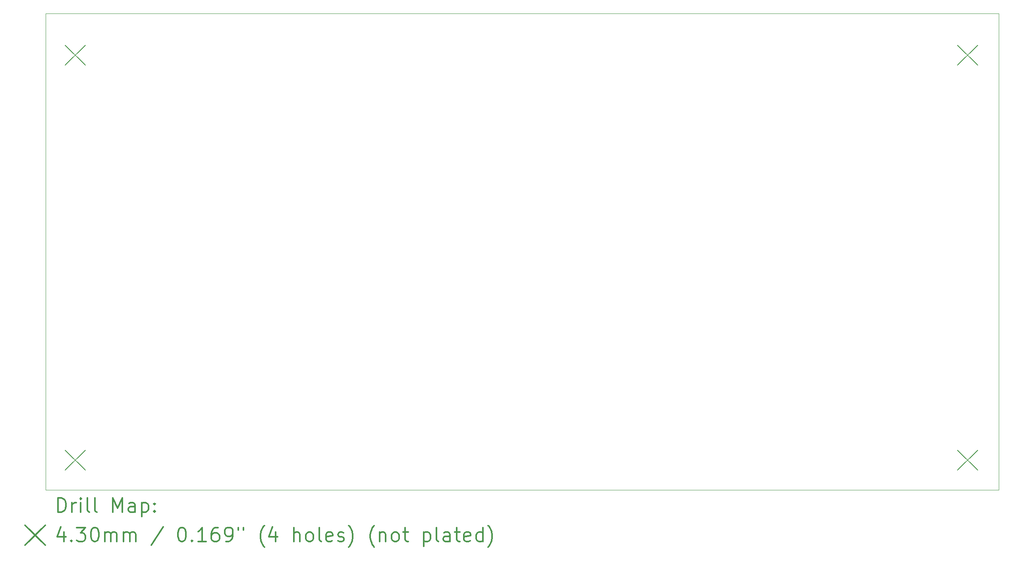
<source format=gbr>
%FSLAX45Y45*%
G04 Gerber Fmt 4.5, Leading zero omitted, Abs format (unit mm)*
G04 Created by KiCad (PCBNEW 4.0.7-e2-6376~58~ubuntu16.04.1) date Mon Aug 27 15:24:49 2018*
%MOMM*%
%LPD*%
G01*
G04 APERTURE LIST*
%ADD10C,0.127000*%
%ADD11C,0.100000*%
%ADD12C,0.200000*%
%ADD13C,0.300000*%
G04 APERTURE END LIST*
D10*
D11*
X25400000Y-5080000D02*
X25400000Y-15240000D01*
X5080000Y-15240000D02*
X5080000Y-5080000D01*
X25400000Y-15240000D02*
X5080000Y-15240000D01*
X5080000Y-5080000D02*
X25400000Y-5080000D01*
D12*
X5500000Y-5754000D02*
X5930000Y-6184000D01*
X5930000Y-5754000D02*
X5500000Y-6184000D01*
X5500000Y-14390000D02*
X5930000Y-14820000D01*
X5930000Y-14390000D02*
X5500000Y-14820000D01*
X24524600Y-5754000D02*
X24954600Y-6184000D01*
X24954600Y-5754000D02*
X24524600Y-6184000D01*
X24524600Y-14390000D02*
X24954600Y-14820000D01*
X24954600Y-14390000D02*
X24524600Y-14820000D01*
D13*
X5346429Y-15710714D02*
X5346429Y-15410714D01*
X5417857Y-15410714D01*
X5460714Y-15425000D01*
X5489286Y-15453571D01*
X5503571Y-15482143D01*
X5517857Y-15539286D01*
X5517857Y-15582143D01*
X5503571Y-15639286D01*
X5489286Y-15667857D01*
X5460714Y-15696429D01*
X5417857Y-15710714D01*
X5346429Y-15710714D01*
X5646428Y-15710714D02*
X5646428Y-15510714D01*
X5646428Y-15567857D02*
X5660714Y-15539286D01*
X5675000Y-15525000D01*
X5703571Y-15510714D01*
X5732143Y-15510714D01*
X5832143Y-15710714D02*
X5832143Y-15510714D01*
X5832143Y-15410714D02*
X5817857Y-15425000D01*
X5832143Y-15439286D01*
X5846428Y-15425000D01*
X5832143Y-15410714D01*
X5832143Y-15439286D01*
X6017857Y-15710714D02*
X5989286Y-15696429D01*
X5975000Y-15667857D01*
X5975000Y-15410714D01*
X6175000Y-15710714D02*
X6146428Y-15696429D01*
X6132143Y-15667857D01*
X6132143Y-15410714D01*
X6517857Y-15710714D02*
X6517857Y-15410714D01*
X6617857Y-15625000D01*
X6717857Y-15410714D01*
X6717857Y-15710714D01*
X6989286Y-15710714D02*
X6989286Y-15553571D01*
X6975000Y-15525000D01*
X6946428Y-15510714D01*
X6889286Y-15510714D01*
X6860714Y-15525000D01*
X6989286Y-15696429D02*
X6960714Y-15710714D01*
X6889286Y-15710714D01*
X6860714Y-15696429D01*
X6846428Y-15667857D01*
X6846428Y-15639286D01*
X6860714Y-15610714D01*
X6889286Y-15596429D01*
X6960714Y-15596429D01*
X6989286Y-15582143D01*
X7132143Y-15510714D02*
X7132143Y-15810714D01*
X7132143Y-15525000D02*
X7160714Y-15510714D01*
X7217857Y-15510714D01*
X7246428Y-15525000D01*
X7260714Y-15539286D01*
X7275000Y-15567857D01*
X7275000Y-15653571D01*
X7260714Y-15682143D01*
X7246428Y-15696429D01*
X7217857Y-15710714D01*
X7160714Y-15710714D01*
X7132143Y-15696429D01*
X7403571Y-15682143D02*
X7417857Y-15696429D01*
X7403571Y-15710714D01*
X7389286Y-15696429D01*
X7403571Y-15682143D01*
X7403571Y-15710714D01*
X7403571Y-15525000D02*
X7417857Y-15539286D01*
X7403571Y-15553571D01*
X7389286Y-15539286D01*
X7403571Y-15525000D01*
X7403571Y-15553571D01*
X4645000Y-15990000D02*
X5075000Y-16420000D01*
X5075000Y-15990000D02*
X4645000Y-16420000D01*
X5475000Y-16140714D02*
X5475000Y-16340714D01*
X5403571Y-16026429D02*
X5332143Y-16240714D01*
X5517857Y-16240714D01*
X5632143Y-16312143D02*
X5646428Y-16326429D01*
X5632143Y-16340714D01*
X5617857Y-16326429D01*
X5632143Y-16312143D01*
X5632143Y-16340714D01*
X5746428Y-16040714D02*
X5932143Y-16040714D01*
X5832143Y-16155000D01*
X5875000Y-16155000D01*
X5903571Y-16169286D01*
X5917857Y-16183571D01*
X5932143Y-16212143D01*
X5932143Y-16283571D01*
X5917857Y-16312143D01*
X5903571Y-16326429D01*
X5875000Y-16340714D01*
X5789286Y-16340714D01*
X5760714Y-16326429D01*
X5746428Y-16312143D01*
X6117857Y-16040714D02*
X6146428Y-16040714D01*
X6175000Y-16055000D01*
X6189286Y-16069286D01*
X6203571Y-16097857D01*
X6217857Y-16155000D01*
X6217857Y-16226429D01*
X6203571Y-16283571D01*
X6189286Y-16312143D01*
X6175000Y-16326429D01*
X6146428Y-16340714D01*
X6117857Y-16340714D01*
X6089286Y-16326429D01*
X6075000Y-16312143D01*
X6060714Y-16283571D01*
X6046428Y-16226429D01*
X6046428Y-16155000D01*
X6060714Y-16097857D01*
X6075000Y-16069286D01*
X6089286Y-16055000D01*
X6117857Y-16040714D01*
X6346428Y-16340714D02*
X6346428Y-16140714D01*
X6346428Y-16169286D02*
X6360714Y-16155000D01*
X6389286Y-16140714D01*
X6432143Y-16140714D01*
X6460714Y-16155000D01*
X6475000Y-16183571D01*
X6475000Y-16340714D01*
X6475000Y-16183571D02*
X6489286Y-16155000D01*
X6517857Y-16140714D01*
X6560714Y-16140714D01*
X6589286Y-16155000D01*
X6603571Y-16183571D01*
X6603571Y-16340714D01*
X6746428Y-16340714D02*
X6746428Y-16140714D01*
X6746428Y-16169286D02*
X6760714Y-16155000D01*
X6789286Y-16140714D01*
X6832143Y-16140714D01*
X6860714Y-16155000D01*
X6875000Y-16183571D01*
X6875000Y-16340714D01*
X6875000Y-16183571D02*
X6889286Y-16155000D01*
X6917857Y-16140714D01*
X6960714Y-16140714D01*
X6989286Y-16155000D01*
X7003571Y-16183571D01*
X7003571Y-16340714D01*
X7589286Y-16026429D02*
X7332143Y-16412143D01*
X7975000Y-16040714D02*
X8003571Y-16040714D01*
X8032143Y-16055000D01*
X8046428Y-16069286D01*
X8060714Y-16097857D01*
X8075000Y-16155000D01*
X8075000Y-16226429D01*
X8060714Y-16283571D01*
X8046428Y-16312143D01*
X8032143Y-16326429D01*
X8003571Y-16340714D01*
X7975000Y-16340714D01*
X7946428Y-16326429D01*
X7932143Y-16312143D01*
X7917857Y-16283571D01*
X7903571Y-16226429D01*
X7903571Y-16155000D01*
X7917857Y-16097857D01*
X7932143Y-16069286D01*
X7946428Y-16055000D01*
X7975000Y-16040714D01*
X8203571Y-16312143D02*
X8217857Y-16326429D01*
X8203571Y-16340714D01*
X8189286Y-16326429D01*
X8203571Y-16312143D01*
X8203571Y-16340714D01*
X8503571Y-16340714D02*
X8332143Y-16340714D01*
X8417857Y-16340714D02*
X8417857Y-16040714D01*
X8389286Y-16083571D01*
X8360714Y-16112143D01*
X8332143Y-16126429D01*
X8760714Y-16040714D02*
X8703571Y-16040714D01*
X8675000Y-16055000D01*
X8660714Y-16069286D01*
X8632143Y-16112143D01*
X8617857Y-16169286D01*
X8617857Y-16283571D01*
X8632143Y-16312143D01*
X8646428Y-16326429D01*
X8675000Y-16340714D01*
X8732143Y-16340714D01*
X8760714Y-16326429D01*
X8775000Y-16312143D01*
X8789286Y-16283571D01*
X8789286Y-16212143D01*
X8775000Y-16183571D01*
X8760714Y-16169286D01*
X8732143Y-16155000D01*
X8675000Y-16155000D01*
X8646428Y-16169286D01*
X8632143Y-16183571D01*
X8617857Y-16212143D01*
X8932143Y-16340714D02*
X8989286Y-16340714D01*
X9017857Y-16326429D01*
X9032143Y-16312143D01*
X9060714Y-16269286D01*
X9075000Y-16212143D01*
X9075000Y-16097857D01*
X9060714Y-16069286D01*
X9046428Y-16055000D01*
X9017857Y-16040714D01*
X8960714Y-16040714D01*
X8932143Y-16055000D01*
X8917857Y-16069286D01*
X8903571Y-16097857D01*
X8903571Y-16169286D01*
X8917857Y-16197857D01*
X8932143Y-16212143D01*
X8960714Y-16226429D01*
X9017857Y-16226429D01*
X9046428Y-16212143D01*
X9060714Y-16197857D01*
X9075000Y-16169286D01*
X9189286Y-16040714D02*
X9189286Y-16097857D01*
X9303571Y-16040714D02*
X9303571Y-16097857D01*
X9746428Y-16455000D02*
X9732143Y-16440714D01*
X9703571Y-16397857D01*
X9689286Y-16369286D01*
X9675000Y-16326429D01*
X9660714Y-16255000D01*
X9660714Y-16197857D01*
X9675000Y-16126429D01*
X9689286Y-16083571D01*
X9703571Y-16055000D01*
X9732143Y-16012143D01*
X9746428Y-15997857D01*
X9989286Y-16140714D02*
X9989286Y-16340714D01*
X9917857Y-16026429D02*
X9846428Y-16240714D01*
X10032143Y-16240714D01*
X10375000Y-16340714D02*
X10375000Y-16040714D01*
X10503571Y-16340714D02*
X10503571Y-16183571D01*
X10489286Y-16155000D01*
X10460714Y-16140714D01*
X10417857Y-16140714D01*
X10389286Y-16155000D01*
X10375000Y-16169286D01*
X10689286Y-16340714D02*
X10660714Y-16326429D01*
X10646428Y-16312143D01*
X10632143Y-16283571D01*
X10632143Y-16197857D01*
X10646428Y-16169286D01*
X10660714Y-16155000D01*
X10689286Y-16140714D01*
X10732143Y-16140714D01*
X10760714Y-16155000D01*
X10775000Y-16169286D01*
X10789286Y-16197857D01*
X10789286Y-16283571D01*
X10775000Y-16312143D01*
X10760714Y-16326429D01*
X10732143Y-16340714D01*
X10689286Y-16340714D01*
X10960714Y-16340714D02*
X10932143Y-16326429D01*
X10917857Y-16297857D01*
X10917857Y-16040714D01*
X11189286Y-16326429D02*
X11160714Y-16340714D01*
X11103571Y-16340714D01*
X11075000Y-16326429D01*
X11060714Y-16297857D01*
X11060714Y-16183571D01*
X11075000Y-16155000D01*
X11103571Y-16140714D01*
X11160714Y-16140714D01*
X11189286Y-16155000D01*
X11203571Y-16183571D01*
X11203571Y-16212143D01*
X11060714Y-16240714D01*
X11317857Y-16326429D02*
X11346428Y-16340714D01*
X11403571Y-16340714D01*
X11432143Y-16326429D01*
X11446428Y-16297857D01*
X11446428Y-16283571D01*
X11432143Y-16255000D01*
X11403571Y-16240714D01*
X11360714Y-16240714D01*
X11332143Y-16226429D01*
X11317857Y-16197857D01*
X11317857Y-16183571D01*
X11332143Y-16155000D01*
X11360714Y-16140714D01*
X11403571Y-16140714D01*
X11432143Y-16155000D01*
X11546428Y-16455000D02*
X11560714Y-16440714D01*
X11589286Y-16397857D01*
X11603571Y-16369286D01*
X11617857Y-16326429D01*
X11632143Y-16255000D01*
X11632143Y-16197857D01*
X11617857Y-16126429D01*
X11603571Y-16083571D01*
X11589286Y-16055000D01*
X11560714Y-16012143D01*
X11546428Y-15997857D01*
X12089286Y-16455000D02*
X12075000Y-16440714D01*
X12046428Y-16397857D01*
X12032143Y-16369286D01*
X12017857Y-16326429D01*
X12003571Y-16255000D01*
X12003571Y-16197857D01*
X12017857Y-16126429D01*
X12032143Y-16083571D01*
X12046428Y-16055000D01*
X12075000Y-16012143D01*
X12089286Y-15997857D01*
X12203571Y-16140714D02*
X12203571Y-16340714D01*
X12203571Y-16169286D02*
X12217857Y-16155000D01*
X12246428Y-16140714D01*
X12289286Y-16140714D01*
X12317857Y-16155000D01*
X12332143Y-16183571D01*
X12332143Y-16340714D01*
X12517857Y-16340714D02*
X12489286Y-16326429D01*
X12475000Y-16312143D01*
X12460714Y-16283571D01*
X12460714Y-16197857D01*
X12475000Y-16169286D01*
X12489286Y-16155000D01*
X12517857Y-16140714D01*
X12560714Y-16140714D01*
X12589286Y-16155000D01*
X12603571Y-16169286D01*
X12617857Y-16197857D01*
X12617857Y-16283571D01*
X12603571Y-16312143D01*
X12589286Y-16326429D01*
X12560714Y-16340714D01*
X12517857Y-16340714D01*
X12703571Y-16140714D02*
X12817857Y-16140714D01*
X12746428Y-16040714D02*
X12746428Y-16297857D01*
X12760714Y-16326429D01*
X12789286Y-16340714D01*
X12817857Y-16340714D01*
X13146428Y-16140714D02*
X13146428Y-16440714D01*
X13146428Y-16155000D02*
X13175000Y-16140714D01*
X13232143Y-16140714D01*
X13260714Y-16155000D01*
X13275000Y-16169286D01*
X13289286Y-16197857D01*
X13289286Y-16283571D01*
X13275000Y-16312143D01*
X13260714Y-16326429D01*
X13232143Y-16340714D01*
X13175000Y-16340714D01*
X13146428Y-16326429D01*
X13460714Y-16340714D02*
X13432143Y-16326429D01*
X13417857Y-16297857D01*
X13417857Y-16040714D01*
X13703571Y-16340714D02*
X13703571Y-16183571D01*
X13689286Y-16155000D01*
X13660714Y-16140714D01*
X13603571Y-16140714D01*
X13575000Y-16155000D01*
X13703571Y-16326429D02*
X13675000Y-16340714D01*
X13603571Y-16340714D01*
X13575000Y-16326429D01*
X13560714Y-16297857D01*
X13560714Y-16269286D01*
X13575000Y-16240714D01*
X13603571Y-16226429D01*
X13675000Y-16226429D01*
X13703571Y-16212143D01*
X13803571Y-16140714D02*
X13917857Y-16140714D01*
X13846429Y-16040714D02*
X13846429Y-16297857D01*
X13860714Y-16326429D01*
X13889286Y-16340714D01*
X13917857Y-16340714D01*
X14132143Y-16326429D02*
X14103571Y-16340714D01*
X14046429Y-16340714D01*
X14017857Y-16326429D01*
X14003571Y-16297857D01*
X14003571Y-16183571D01*
X14017857Y-16155000D01*
X14046429Y-16140714D01*
X14103571Y-16140714D01*
X14132143Y-16155000D01*
X14146429Y-16183571D01*
X14146429Y-16212143D01*
X14003571Y-16240714D01*
X14403571Y-16340714D02*
X14403571Y-16040714D01*
X14403571Y-16326429D02*
X14375000Y-16340714D01*
X14317857Y-16340714D01*
X14289286Y-16326429D01*
X14275000Y-16312143D01*
X14260714Y-16283571D01*
X14260714Y-16197857D01*
X14275000Y-16169286D01*
X14289286Y-16155000D01*
X14317857Y-16140714D01*
X14375000Y-16140714D01*
X14403571Y-16155000D01*
X14517857Y-16455000D02*
X14532143Y-16440714D01*
X14560714Y-16397857D01*
X14575000Y-16369286D01*
X14589286Y-16326429D01*
X14603571Y-16255000D01*
X14603571Y-16197857D01*
X14589286Y-16126429D01*
X14575000Y-16083571D01*
X14560714Y-16055000D01*
X14532143Y-16012143D01*
X14517857Y-15997857D01*
M02*

</source>
